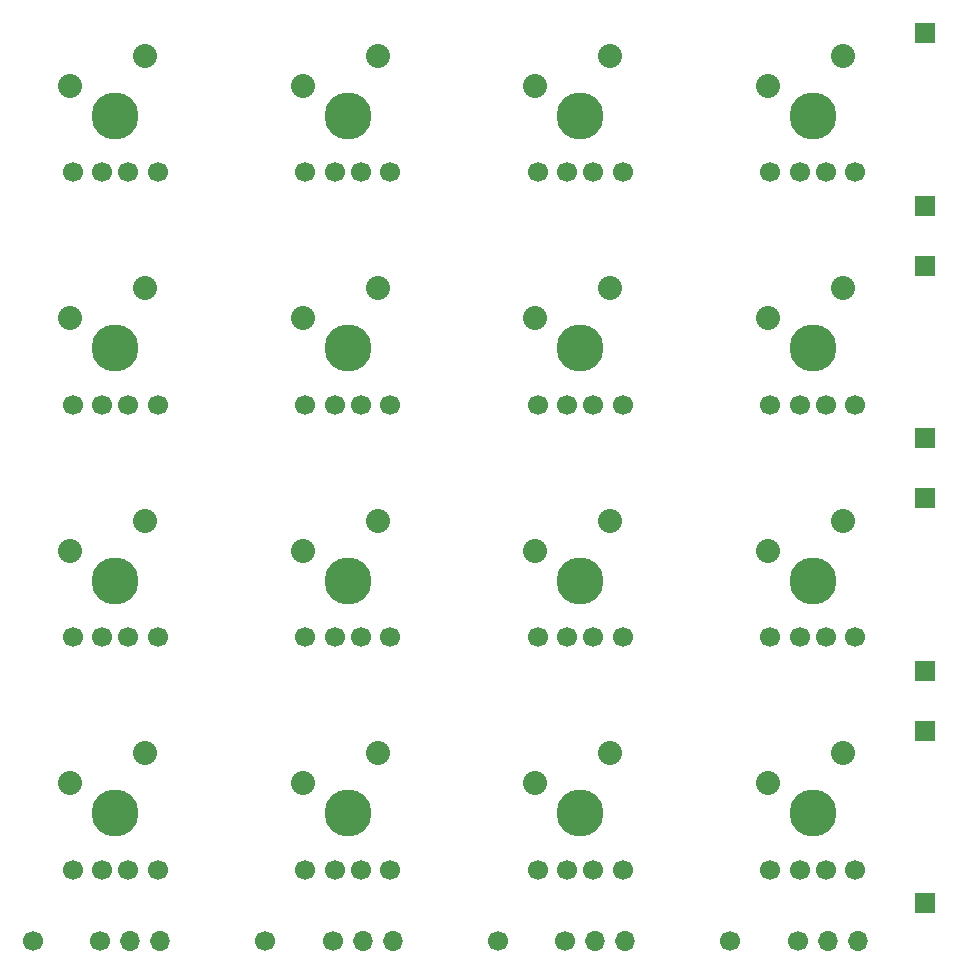
<source format=gbr>
%TF.GenerationSoftware,KiCad,Pcbnew,5.99.0-unknown-0ab82ef66~91~ubuntu20.04.1*%
%TF.CreationDate,2020-10-15T20:07:39+02:00*%
%TF.ProjectId,KeyPad-LED,4b657950-6164-42d4-9c45-442e6b696361,rev?*%
%TF.SameCoordinates,Original*%
%TF.FileFunction,Soldermask,Top*%
%TF.FilePolarity,Negative*%
%FSLAX46Y46*%
G04 Gerber Fmt 4.6, Leading zero omitted, Abs format (unit mm)*
G04 Created by KiCad (PCBNEW 5.99.0-unknown-0ab82ef66~91~ubuntu20.04.1) date 2020-10-15 20:07:39*
%MOMM*%
%LPD*%
G01*
G04 APERTURE LIST*
%ADD10C,3.987800*%
%ADD11C,2.032000*%
%ADD12C,1.700000*%
%ADD13R,1.700000X1.700000*%
%ADD14O,1.700000X1.700000*%
G04 APERTURE END LIST*
D10*
%TO.C,MX LED*%
X190500000Y-122555000D03*
D11*
X193040000Y-117475000D03*
X186690000Y-120015000D03*
D12*
X186900000Y-127355000D03*
X189400000Y-127355000D03*
X191600000Y-127355000D03*
X194100000Y-127355000D03*
%TD*%
D10*
%TO.C,MX LED*%
X131445000Y-122555000D03*
D11*
X133985000Y-117475000D03*
X127635000Y-120015000D03*
D12*
X127845000Y-127355000D03*
X130345000Y-127355000D03*
X132545000Y-127355000D03*
X135045000Y-127355000D03*
%TD*%
D10*
%TO.C,MX LED*%
X151130000Y-122555000D03*
D11*
X153670000Y-117475000D03*
X147320000Y-120015000D03*
D12*
X147530000Y-127355000D03*
X150030000Y-127355000D03*
X152230000Y-127355000D03*
X154730000Y-127355000D03*
%TD*%
D10*
%TO.C,MX LED*%
X170815000Y-122555000D03*
D11*
X173355000Y-117475000D03*
X167005000Y-120015000D03*
D12*
X167215000Y-127355000D03*
X169715000Y-127355000D03*
X171915000Y-127355000D03*
X174415000Y-127355000D03*
%TD*%
D10*
%TO.C,MX LED*%
X190500000Y-102870000D03*
D11*
X193040000Y-97790000D03*
X186690000Y-100330000D03*
D12*
X186900000Y-107670000D03*
X189400000Y-107670000D03*
X191600000Y-107670000D03*
X194100000Y-107670000D03*
%TD*%
D10*
%TO.C,MX LED*%
X131445000Y-102870000D03*
D11*
X133985000Y-97790000D03*
X127635000Y-100330000D03*
D12*
X127845000Y-107670000D03*
X130345000Y-107670000D03*
X132545000Y-107670000D03*
X135045000Y-107670000D03*
%TD*%
D10*
%TO.C,MX LED*%
X151130000Y-102870000D03*
D11*
X153670000Y-97790000D03*
X147320000Y-100330000D03*
D12*
X147530000Y-107670000D03*
X150030000Y-107670000D03*
X152230000Y-107670000D03*
X154730000Y-107670000D03*
%TD*%
D10*
%TO.C,MX LED*%
X170815000Y-102870000D03*
D11*
X173355000Y-97790000D03*
X167005000Y-100330000D03*
D12*
X167215000Y-107670000D03*
X169715000Y-107670000D03*
X171915000Y-107670000D03*
X174415000Y-107670000D03*
%TD*%
D10*
%TO.C,MX LED*%
X190500000Y-83185000D03*
D11*
X193040000Y-78105000D03*
X186690000Y-80645000D03*
D12*
X186900000Y-87985000D03*
X189400000Y-87985000D03*
X191600000Y-87985000D03*
X194100000Y-87985000D03*
%TD*%
D10*
%TO.C,MX LED*%
X131445000Y-83185000D03*
D11*
X133985000Y-78105000D03*
X127635000Y-80645000D03*
D12*
X127845000Y-87985000D03*
X130345000Y-87985000D03*
X132545000Y-87985000D03*
X135045000Y-87985000D03*
%TD*%
D10*
%TO.C,MX LED*%
X151130000Y-83185000D03*
D11*
X153670000Y-78105000D03*
X147320000Y-80645000D03*
D12*
X147530000Y-87985000D03*
X150030000Y-87985000D03*
X152230000Y-87985000D03*
X154730000Y-87985000D03*
%TD*%
D10*
%TO.C,MX LED*%
X170815000Y-83185000D03*
D11*
X173355000Y-78105000D03*
X167005000Y-80645000D03*
D12*
X167215000Y-87985000D03*
X169715000Y-87985000D03*
X171915000Y-87985000D03*
X174415000Y-87985000D03*
%TD*%
D10*
%TO.C,MX LED*%
X170815000Y-63500000D03*
D11*
X173355000Y-58420000D03*
X167005000Y-60960000D03*
D12*
X167215000Y-68300000D03*
X169715000Y-68300000D03*
X171915000Y-68300000D03*
X174415000Y-68300000D03*
%TD*%
D10*
%TO.C,MX LED*%
X190500000Y-63500000D03*
D11*
X193040000Y-58420000D03*
X186690000Y-60960000D03*
D12*
X186900000Y-68300000D03*
X189400000Y-68300000D03*
X191600000Y-68300000D03*
X194100000Y-68300000D03*
%TD*%
D10*
%TO.C,MX LED*%
X151130000Y-63500000D03*
D11*
X153670000Y-58420000D03*
X147320000Y-60960000D03*
D12*
X147530000Y-68300000D03*
X150030000Y-68300000D03*
X152230000Y-68300000D03*
X154730000Y-68300000D03*
%TD*%
%TO.C,MX LED*%
X135045000Y-68300000D03*
X132545000Y-68300000D03*
X130345000Y-68300000D03*
X127845000Y-68300000D03*
D11*
X127635000Y-60960000D03*
X133985000Y-58420000D03*
D10*
X131445000Y-63500000D03*
%TD*%
D13*
%TO.C,PIN1*%
X200025000Y-115570000D03*
%TD*%
%TO.C,PIN1*%
X200025000Y-76200000D03*
%TD*%
%TO.C,LED*%
X200025000Y-90805000D03*
%TD*%
D12*
%TO.C,LED*%
X169545000Y-133350000D03*
D14*
X172085000Y-133350000D03*
X174625000Y-133350000D03*
%TD*%
D13*
%TO.C,PIN1*%
X200025000Y-56515000D03*
%TD*%
D12*
%TO.C,LED*%
X149860000Y-133350000D03*
D14*
X152400000Y-133350000D03*
X154940000Y-133350000D03*
%TD*%
D13*
%TO.C,LED*%
X200025000Y-71120000D03*
%TD*%
%TO.C,LED*%
X200025000Y-130175000D03*
%TD*%
D12*
%TO.C,LED*%
X130175000Y-133350000D03*
D14*
X132715000Y-133350000D03*
X135255000Y-133350000D03*
%TD*%
D12*
%TO.C,PIN2*%
X183515000Y-133350000D03*
%TD*%
%TO.C,PIN2*%
X144145000Y-133350000D03*
%TD*%
%TO.C,PIN2*%
X163830000Y-133350000D03*
%TD*%
D13*
%TO.C,PIN1*%
X200025000Y-95885000D03*
%TD*%
%TO.C,LED*%
X200025000Y-110490000D03*
%TD*%
D12*
%TO.C,PIN2*%
X124460000Y-133350000D03*
%TD*%
%TO.C,LED*%
X189230000Y-133350000D03*
D14*
X191770000Y-133350000D03*
X194310000Y-133350000D03*
%TD*%
M02*

</source>
